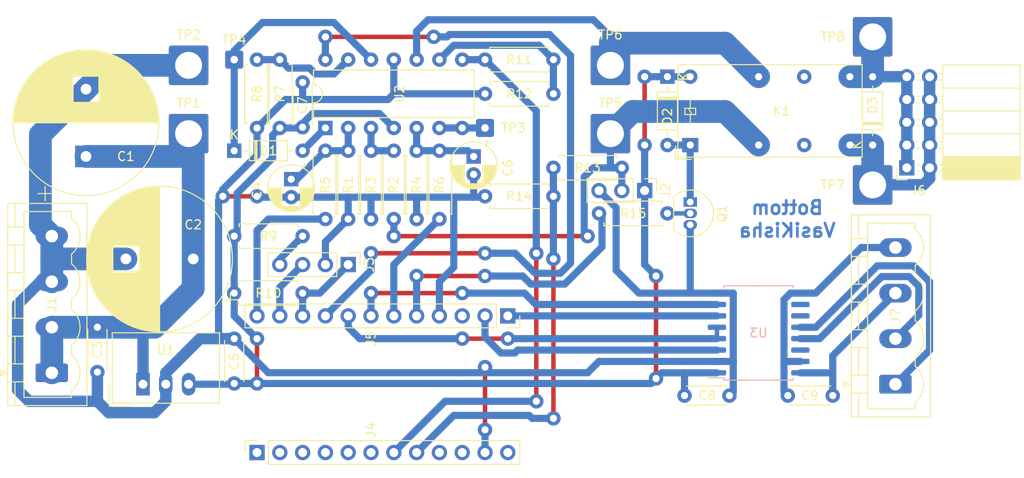
<source format=kicad_pcb>
(kicad_pcb (version 20171130) (host pcbnew "(5.1.9)-1")
  (layers (0 F.Cu signal) (31 B.Cu signal hide) (34 B.Paste user hide) (35 F.Paste user hide) (36 B.SilkS user hide) (37 F.SilkS user hide) (38 B.Mask user hide) (39 F.Mask user hide) (44 Edge.Cuts user hide))
  (net 0 "")
  (net 1 GND)
  (net 2 /+24V)
  (net 3 "Net-(C4-Pad1)")
  (net 4 /+5V)
  (net 5 "Net-(C6-Pad1)")
  (net 6 "Net-(C9-Pad1)")
  (net 7 "Net-(C9-Pad2)")
  (net 8 "Net-(D1-Pad1)")
  (net 9 "Net-(D1-Pad2)")
  (net 10 "Net-(D2-Pad2)")
  (net 11 "Net-(D3-Pad2)")
  (net 12 "Net-(D3-Pad1)")
  (net 13 "Net-(J4-Pad12)")
  (net 14 "Net-(J4-Pad10)")
  (net 15 "Net-(J4-Pad8)")
  (net 16 "Net-(J4-Pad7)")
  (net 17 "Net-(J4-Pad6)")
  (net 18 "Net-(J4-Pad5)")
  (net 19 "Net-(J4-Pad4)")
  (net 20 "Net-(J4-Pad3)")
  (net 21 "Net-(J4-Pad2)")
  (net 22 "Net-(J4-Pad1)")
  (net 23 "Net-(J5-Pad1)")
  (net 24 "Net-(J5-Pad2)")
  (net 25 "Net-(J5-Pad3)")
  (net 26 "Net-(J5-Pad5)")
  (net 27 "Net-(J5-Pad6)")
  (net 28 "Net-(J5-Pad7)")
  (net 29 "Net-(J5-Pad8)")
  (net 30 "Net-(J5-Pad9)")
  (net 31 "Net-(J3-Pad1)")
  (net 32 "Net-(J3-Pad3)")
  (net 33 "Net-(J7-Pad1)")
  (net 34 "Net-(J7-Pad2)")
  (net 35 "Net-(J2-Pad2)")
  (net 36 "Net-(K1-Pad22)")
  (net 37 "Net-(K1-Pad12)")
  (net 38 "Net-(Q1-Pad2)")
  (net 39 "Net-(R2-Pad2)")
  (net 40 "Net-(R7-Pad2)")
  (net 41 "Net-(J3-Pad4)")
  (net 42 "Net-(R11-Pad1)")
  (net 43 "Net-(TP3-Pad1)")
  (net 44 "Net-(U3-Pad10)")
  (net 45 "Net-(U3-Pad11)")
  (net 46 "Net-(U3-Pad14)")
  (net 47 "Net-(K1-Pad21)")
  (net 48 "Net-(J5-Pad12)")
  (net 49 "Net-(J4-Pad9)")
  (module Connector_Phoenix_MSTB:PhoenixContact_MSTBVA_2,5_4-G-5,08_1x04_P5.08mm_Vertical (layer F.Cu) (at 199.39 115.57 90)
    (fp_text reference J7 (at 7.62 0 90) (layer F.SilkS))
    (fp_text value Conn_01x04_Male)
    (pad 4 thru_hole oval (at 15.24 0 90) (size 2.08 3.6) (drill 1.4) (layers *.Cu *.Mask) (net 7 "Net-(C9-Pad2)"))
    (pad 3 thru_hole oval (at 10.16 0 90) (size 2.08 3.6) (drill 1.4) (layers *.Cu *.Mask) (net 6 "Net-(C9-Pad1)"))
    (pad 2 thru_hole oval (at 5.08 0 90) (size 2.08 3.6) (drill 1.4) (layers *.Cu *.Mask) (net 34 "Net-(J7-Pad2)"))
    (pad 1 thru_hole roundrect (at 0 0 90) (size 2.08 3.6) (drill 1.4) (layers *.Cu *.Mask) (roundrect_rratio 0.120192) (net 33 "Net-(J7-Pad1)"))
  )
  (module Connector_PinHeader_2.54mm:PinHeader_1x04_P2.54mm_Vertical (layer F.Cu) (at 138.43 102.235 270)
    (fp_text reference J3 (at 0 -2.33 90) (layer F.SilkS))
    (fp_text value Conn_01x04)
    (pad 4 thru_hole oval (at 0 7.62 270) (size 1.7 1.7) (drill 1) (layers *.Cu *.Mask) (net 41 "Net-(J3-Pad4)"))
    (pad 3 thru_hole oval (at 0 5.08 270) (size 1.7 1.7) (drill 1) (layers *.Cu *.Mask) (net 32 "Net-(J3-Pad3)"))
    (pad 2 thru_hole oval (at 0 2.54 270) (size 1.7 1.7) (drill 1) (layers *.Cu *.Mask) (net 1 GND))
    (pad 1 thru_hole rect (at 0 0 270) (size 1.7 1.7) (drill 1) (layers *.Cu *.Mask) (net 31 "Net-(J3-Pad1)"))
  )
  (module Connector_PinSocket_2.54mm:PinSocket_1x12_P2.54mm_Vertical (layer F.Cu) (at 128.27 123.19 90)
    (fp_text reference J4 (at 2.54 12.7 90) (layer F.SilkS))
    (fp_text value ARDUINO)
    (pad 12 thru_hole oval (at 0 27.94 90) (size 1.7 1.7) (drill 1) (layers *.Cu *.Mask) (net 13 "Net-(J4-Pad12)"))
    (pad 11 thru_hole oval (at 0 25.4 90) (size 1.7 1.7) (drill 1) (layers *.Cu *.Mask) (net 1 GND))
    (pad 10 thru_hole oval (at 0 22.86 90) (size 1.7 1.7) (drill 1) (layers *.Cu *.Mask) (net 14 "Net-(J4-Pad10)"))
    (pad 9 thru_hole oval (at 0 20.32 90) (size 1.7 1.7) (drill 1) (layers *.Cu *.Mask) (net 49 "Net-(J4-Pad9)"))
    (pad 8 thru_hole oval (at 0 17.78 90) (size 1.7 1.7) (drill 1) (layers *.Cu *.Mask) (net 15 "Net-(J4-Pad8)"))
    (pad 7 thru_hole oval (at 0 15.24 90) (size 1.7 1.7) (drill 1) (layers *.Cu *.Mask) (net 16 "Net-(J4-Pad7)"))
    (pad 6 thru_hole oval (at 0 12.7 90) (size 1.7 1.7) (drill 1) (layers *.Cu *.Mask) (net 17 "Net-(J4-Pad6)"))
    (pad 5 thru_hole oval (at 0 10.16 90) (size 1.7 1.7) (drill 1) (layers *.Cu *.Mask) (net 18 "Net-(J4-Pad5)"))
    (pad 4 thru_hole oval (at 0 7.62 90) (size 1.7 1.7) (drill 1) (layers *.Cu *.Mask) (net 19 "Net-(J4-Pad4)"))
    (pad 3 thru_hole oval (at 0 5.08 90) (size 1.7 1.7) (drill 1) (layers *.Cu *.Mask) (net 20 "Net-(J4-Pad3)"))
    (pad 2 thru_hole oval (at 0 2.54 90) (size 1.7 1.7) (drill 1) (layers *.Cu *.Mask) (net 21 "Net-(J4-Pad2)"))
    (pad 1 thru_hole rect (at 0 0 90) (size 1.7 1.7) (drill 1) (layers *.Cu *.Mask) (net 22 "Net-(J4-Pad1)"))
  )
  (module Connector_PinSocket_2.54mm:PinSocket_1x12_P2.54mm_Vertical (layer F.Cu) (at 156.21 107.95 270)
    (fp_text reference J5 (at 2.54 15.24 90) (layer F.SilkS))
    (fp_text value ARDUINO)
    (pad 12 thru_hole oval (at 0 27.94 270) (size 1.7 1.7) (drill 1) (layers *.Cu *.Mask) (net 48 "Net-(J5-Pad12)"))
    (pad 11 thru_hole oval (at 0 25.4 270) (size 1.7 1.7) (drill 1) (layers *.Cu *.Mask) (net 32 "Net-(J3-Pad3)"))
    (pad 10 thru_hole oval (at 0 22.86 270) (size 1.7 1.7) (drill 1) (layers *.Cu *.Mask) (net 31 "Net-(J3-Pad1)"))
    (pad 9 thru_hole oval (at 0 20.32 270) (size 1.7 1.7) (drill 1) (layers *.Cu *.Mask) (net 30 "Net-(J5-Pad9)"))
    (pad 8 thru_hole oval (at 0 17.78 270) (size 1.7 1.7) (drill 1) (layers *.Cu *.Mask) (net 29 "Net-(J5-Pad8)"))
    (pad 7 thru_hole oval (at 0 15.24 270) (size 1.7 1.7) (drill 1) (layers *.Cu *.Mask) (net 28 "Net-(J5-Pad7)"))
    (pad 6 thru_hole oval (at 0 12.7 270) (size 1.7 1.7) (drill 1) (layers *.Cu *.Mask) (net 27 "Net-(J5-Pad6)"))
    (pad 5 thru_hole oval (at 0 10.16 270) (size 1.7 1.7) (drill 1) (layers *.Cu *.Mask) (net 26 "Net-(J5-Pad5)"))
    (pad 4 thru_hole oval (at 0 7.62 270) (size 1.7 1.7) (drill 1) (layers *.Cu *.Mask) (net 1 GND))
    (pad 3 thru_hole oval (at 0 5.08 270) (size 1.7 1.7) (drill 1) (layers *.Cu *.Mask) (net 25 "Net-(J5-Pad3)"))
    (pad 2 thru_hole oval (at 0 2.54 270) (size 1.7 1.7) (drill 1) (layers *.Cu *.Mask) (net 24 "Net-(J5-Pad2)"))
    (pad 1 thru_hole rect (at 0 0 270) (size 1.7 1.7) (drill 1) (layers *.Cu *.Mask) (net 23 "Net-(J5-Pad1)"))
  )
  (module MountingHole:MountingHole_3.2mm_M3 (layer F.Cu) (at 122.555 122.555)
    (fp_text reference REF** hide)
    (fp_text value MountingHole_3.2mm_M3)
    (pad 1 np_thru_hole circle (at 0 0) (size 3.2 3.2) (drill 3.2) (layers *.Cu *.Mask))
  )
  (module MountingHole:MountingHole_3.2mm_M3 (layer F.Cu) (at 192.405 122.555)
    (fp_text reference REF** hide)
    (fp_text value MountingHole_3.2mm_M3)
    (pad 1 np_thru_hole circle (at 0 0) (size 3.2 3.2) (drill 3.2) (layers *.Cu *.Mask))
  )
  (module MountingHole:MountingHole_3.2mm_M3 (layer F.Cu) (at 104.14 122.555)
    (fp_text reference REF** hide)
    (fp_text value MountingHole_3.2mm_M3)
    (pad 1 np_thru_hole circle (at 0 0) (size 3.2 3.2) (drill 3.2) (layers *.Cu *.Mask))
  )
  (module MountingHole:MountingHole_3.2mm_M3 (layer F.Cu) (at 203.2 122.555)
    (fp_text reference REF** hide)
    (fp_text value MountingHole_3.2mm_M3)
    (pad 1 np_thru_hole circle (at 0 0) (size 3.2 3.2) (drill 3.2) (layers *.Cu *.Mask))
  )
  (module MountingHole:MountingHole_3.2mm_M3 (layer F.Cu) (at 203.2 76.2)
    (fp_text reference REF** hide)
    (fp_text value MountingHole_3.2mm_M3)
    (pad 1 np_thru_hole circle (at 0 0) (size 3.2 3.2) (drill 3.2) (layers *.Cu *.Mask))
  )
  (module MountingHole:MountingHole_3.2mm_M3 (layer F.Cu) (at 104.14 76.2)
    (fp_text reference REF** hide)
    (fp_text value MountingHole_3.2mm_M3)
    (pad 1 np_thru_hole circle (at 0 0) (size 3.2 3.2) (drill 3.2) (layers *.Cu *.Mask))
  )
  (module Connector_PinHeader_2.54mm:PinHeader_1x03_P2.54mm_Vertical (layer F.Cu) (at 171.45 93.98 270)
    (fp_text reference J2 (at 0 -2.33 90) (layer F.SilkS))
    (fp_text value Conn_01x03)
    (pad 3 thru_hole oval (at 0 5.08 270) (size 1.7 1.7) (drill 1) (layers *.Cu *.Mask) (net 1 GND))
    (pad 2 thru_hole oval (at 0 2.54 270) (size 1.7 1.7) (drill 1) (layers *.Cu *.Mask) (net 35 "Net-(J2-Pad2)"))
    (pad 1 thru_hole rect (at 0 0 270) (size 1.7 1.7) (drill 1) (layers *.Cu *.Mask) (net 4 /+5V))
  )
  (module Resistor_THT:R_Axial_DIN0207_L6.3mm_D2.5mm_P7.62mm_Horizontal (layer F.Cu) (at 161.29 79.375 180)
    (fp_text reference R11 (at 3.81 0) (layer F.SilkS))
    (fp_text value 47k)
    (pad 2 thru_hole oval (at 7.62 0 180) (size 1.6 1.6) (drill 0.8) (layers *.Cu *.Mask) (net 16 "Net-(J4-Pad7)"))
    (pad 1 thru_hole circle (at 0 0 180) (size 1.6 1.6) (drill 0.8) (layers *.Cu *.Mask) (net 42 "Net-(R11-Pad1)"))
  )
  (module Resistor_THT:R_Axial_DIN0207_L6.3mm_D2.5mm_P7.62mm_Horizontal (layer F.Cu) (at 128.27 79.375 270)
    (fp_text reference R8 (at 3.81 0 90) (layer F.SilkS))
    (fp_text value 3k9)
    (pad 2 thru_hole oval (at 7.62 0 270) (size 1.6 1.6) (drill 0.8) (layers *.Cu *.Mask) (net 1 GND))
    (pad 1 thru_hole circle (at 0 0 270) (size 1.6 1.6) (drill 0.8) (layers *.Cu *.Mask) (net 40 "Net-(R7-Pad2)"))
  )
  (module Capacitor_THT:CP_Radial_D5.0mm_P2.00mm (layer F.Cu) (at 152.4 90.17 270)
    (fp_text reference C6 (at 1.27 -3.81 90) (layer F.SilkS))
    (fp_text value 47u/25V)
    (pad 2 thru_hole circle (at 2 0 270) (size 1.6 1.6) (drill 0.8) (layers *.Cu *.Mask) (net 1 GND))
    (pad 1 thru_hole rect (at 0 0 270) (size 1.6 1.6) (drill 0.8) (layers *.Cu *.Mask) (net 5 "Net-(C6-Pad1)"))
  )
  (module Package_SO:SOIC-16W_7.5x10.3mm_P1.27mm (layer B.Cu) (at 184.15 109.855)
    (fp_text reference U3 (at 0 0) (layer B.SilkS) (effects (justify mirror)))
    (fp_text value ADM2483xRW)
    (pad 16 smd roundrect (at 4.65 4.445) (size 2.05 0.6) (layers B.Cu B.Paste B.Mask) (net 6 "Net-(C9-Pad1)"))
    (pad 15 smd roundrect (at 4.65 3.175) (size 2.05 0.6) (layers B.Cu B.Paste B.Mask) (net 7 "Net-(C9-Pad2)"))
    (pad 14 smd roundrect (at 4.65 1.905) (size 2.05 0.6) (layers B.Cu B.Paste B.Mask) (net 46 "Net-(U3-Pad14)"))
    (pad 13 smd roundrect (at 4.65 0.635) (size 2.05 0.6) (layers B.Cu B.Paste B.Mask) (net 34 "Net-(J7-Pad2)"))
    (pad 12 smd roundrect (at 4.65 -0.635) (size 2.05 0.6) (layers B.Cu B.Paste B.Mask) (net 33 "Net-(J7-Pad1)"))
    (pad 11 smd roundrect (at 4.65 -1.905) (size 2.05 0.6) (layers B.Cu B.Paste B.Mask) (net 45 "Net-(U3-Pad11)"))
    (pad 10 smd roundrect (at 4.65 -3.175) (size 2.05 0.6) (layers B.Cu B.Paste B.Mask) (net 44 "Net-(U3-Pad10)"))
    (pad 9 smd roundrect (at 4.65 -4.445) (size 2.05 0.6) (layers B.Cu B.Paste B.Mask) (net 7 "Net-(C9-Pad2)"))
    (pad 8 smd roundrect (at -4.65 -4.445) (size 2.05 0.6) (layers B.Cu B.Paste B.Mask) (net 1 GND))
    (pad 7 smd roundrect (at -4.65 -3.175) (size 2.05 0.6) (layers B.Cu B.Paste B.Mask) (net 28 "Net-(J5-Pad7)"))
    (pad 6 smd roundrect (at -4.65 -1.905) (size 2.05 0.6) (layers B.Cu B.Paste B.Mask) (net 23 "Net-(J5-Pad1)"))
    (pad 5 smd roundrect (at -4.65 -0.635) (size 2.05 0.6) (layers B.Cu B.Paste B.Mask) (net 29 "Net-(J5-Pad8)"))
    (pad 4 smd roundrect (at -4.65 0.635) (size 2.05 0.6) (layers B.Cu B.Paste B.Mask) (net 29 "Net-(J5-Pad8)"))
    (pad 3 smd roundrect (at -4.65 1.905) (size 2.05 0.6) (layers B.Cu B.Paste B.Mask) (net 24 "Net-(J5-Pad2)"))
    (pad 2 smd roundrect (at -4.65 3.175) (size 2.05 0.6) (layers B.Cu B.Paste B.Mask) (net 1 GND))
    (pad 1 smd roundrect (at -4.65 4.445) (size 2.05 0.6) (layers B.Cu B.Paste B.Mask) (net 4 /+5V))
  )
  (module Package_DIP:DIP-14_W7.62mm (layer F.Cu) (at 135.89 86.995 90)
    (fp_text reference U2 (at 3.81 8.255 90) (layer F.SilkS))
    (fp_text value LM324)
    (pad 14 thru_hole oval (at 7.62 0 90) (size 1.6 1.6) (drill 0.8) (layers *.Cu *.Mask) (net 30 "Net-(J5-Pad9)"))
    (pad 7 thru_hole oval (at 0 15.24 90) (size 1.6 1.6) (drill 0.8) (layers *.Cu *.Mask) (net 43 "Net-(TP3-Pad1)"))
    (pad 13 thru_hole oval (at 7.62 2.54 90) (size 1.6 1.6) (drill 0.8) (layers *.Cu *.Mask) (net 40 "Net-(R7-Pad2)"))
    (pad 6 thru_hole oval (at 0 12.7 90) (size 1.6 1.6) (drill 0.8) (layers *.Cu *.Mask) (net 43 "Net-(TP3-Pad1)"))
    (pad 12 thru_hole oval (at 7.62 5.08 90) (size 1.6 1.6) (drill 0.8) (layers *.Cu *.Mask) (net 8 "Net-(D1-Pad1)"))
    (pad 5 thru_hole oval (at 0 10.16 90) (size 1.6 1.6) (drill 0.8) (layers *.Cu *.Mask) (net 5 "Net-(C6-Pad1)"))
    (pad 11 thru_hole oval (at 7.62 7.62 90) (size 1.6 1.6) (drill 0.8) (layers *.Cu *.Mask) (net 1 GND))
    (pad 4 thru_hole oval (at 0 7.62 90) (size 1.6 1.6) (drill 0.8) (layers *.Cu *.Mask) (net 4 /+5V))
    (pad 10 thru_hole oval (at 7.62 10.16 90) (size 1.6 1.6) (drill 0.8) (layers *.Cu *.Mask) (net 47 "Net-(K1-Pad21)"))
    (pad 3 thru_hole oval (at 0 5.08 90) (size 1.6 1.6) (drill 0.8) (layers *.Cu *.Mask) (net 39 "Net-(R2-Pad2)"))
    (pad 9 thru_hole oval (at 7.62 12.7 90) (size 1.6 1.6) (drill 0.8) (layers *.Cu *.Mask) (net 42 "Net-(R11-Pad1)"))
    (pad 2 thru_hole oval (at 0 2.54 90) (size 1.6 1.6) (drill 0.8) (layers *.Cu *.Mask) (net 3 "Net-(C4-Pad1)"))
    (pad 8 thru_hole oval (at 7.62 15.24 90) (size 1.6 1.6) (drill 0.8) (layers *.Cu *.Mask) (net 16 "Net-(J4-Pad7)"))
    (pad 1 thru_hole rect (at 0 0 90) (size 1.6 1.6) (drill 0.8) (layers *.Cu *.Mask) (net 9 "Net-(D1-Pad2)"))
  )
  (module Converter_DCDC:Converter_DCDC_TRACO_TSR-1_THT (layer F.Cu) (at 115.57 115.57)
    (fp_text reference U1 (at 2.54 -3.81) (layer F.SilkS))
    (fp_text value AMSRI-7805-NZ)
    (pad 3 thru_hole oval (at 5.08 0) (size 1.5 2.5) (drill 1) (layers *.Cu *.Mask) (net 4 /+5V))
    (pad 2 thru_hole oval (at 2.54 0) (size 1.5 2.5) (drill 1) (layers *.Cu *.Mask) (net 1 GND))
    (pad 1 thru_hole rect (at 0 0) (size 1.5 2.5) (drill 1) (layers *.Cu *.Mask) (net 2 /+24V))
  )
  (module Connector_Wire:SolderWire-2.5sqmm_1x01_D2.4mm_OD4.4mm (layer F.Cu) (at 196.85 76.835)
    (fp_text reference TP8 (at -4.445 0) (layer F.SilkS))
    (fp_text value -)
    (pad 1 thru_hole roundrect (at 0 0) (size 4.4 4.4) (drill 3) (layers *.Cu *.Mask) (roundrect_rratio 0.056818) (net 11 "Net-(D3-Pad2)"))
  )
  (module Connector_Wire:SolderWire-2.5sqmm_1x01_D2.4mm_OD4.4mm (layer F.Cu) (at 196.85 93.345)
    (fp_text reference TP7 (at -4.445 0) (layer F.SilkS))
    (fp_text value +)
    (pad 1 thru_hole roundrect (at 0 0) (size 4.4 4.4) (drill 3) (layers *.Cu *.Mask) (roundrect_rratio 0.056818) (net 12 "Net-(D3-Pad1)"))
  )
  (module Connector_Wire:SolderWire-2.5sqmm_1x01_D2.4mm_OD4.4mm (layer F.Cu) (at 167.64 80.01)
    (fp_text reference TP6 (at 0 -3.4) (layer F.SilkS))
    (fp_text value GND_OUT)
    (pad 1 thru_hole roundrect (at 0 0) (size 4.4 4.4) (drill 3) (layers *.Cu *.Mask) (roundrect_rratio 0.056818) (net 47 "Net-(K1-Pad21)"))
  )
  (module Connector_Wire:SolderWire-2.5sqmm_1x01_D2.4mm_OD4.4mm (layer F.Cu) (at 167.64 87.63)
    (fp_text reference TP5 (at 0 -3.4) (layer F.SilkS))
    (fp_text value VOUT)
    (pad 1 thru_hole roundrect (at 0 0) (size 4.4 4.4) (drill 3) (layers *.Cu *.Mask) (roundrect_rratio 0.056818) (net 35 "Net-(J2-Pad2)"))
  )
  (module Connector_Wire:SolderWire-0.25sqmm_1x01_D0.65mm_OD2mm (layer F.Cu) (at 125.73 79.375)
    (fp_text reference TP4 (at 0 -2.2) (layer F.SilkS))
    (fp_text value FB)
    (pad 1 thru_hole roundrect (at 0 0) (size 2 2) (drill 0.85) (layers *.Cu *.Mask) (roundrect_rratio 0.125) (net 8 "Net-(D1-Pad1)"))
  )
  (module Connector_Wire:SolderWire-0.25sqmm_1x01_D0.65mm_OD2mm (layer F.Cu) (at 153.67 86.995)
    (fp_text reference TP3 (at 3.175 0) (layer F.SilkS))
    (fp_text value CC_REF)
    (pad 1 thru_hole roundrect (at 0 0) (size 2 2) (drill 0.85) (layers *.Cu *.Mask) (roundrect_rratio 0.125) (net 43 "Net-(TP3-Pad1)"))
  )
  (module Connector_Wire:SolderWire-2.5sqmm_1x01_D2.4mm_OD4.4mm (layer F.Cu) (at 120.65 80.01)
    (fp_text reference TP2 (at 0 -3.4) (layer F.SilkS))
    (fp_text value GND)
    (pad 1 thru_hole roundrect (at 0 0) (size 4.4 4.4) (drill 3) (layers *.Cu *.Mask) (roundrect_rratio 0.056818) (net 1 GND))
  )
  (module Connector_Wire:SolderWire-2.5sqmm_1x01_D2.4mm_OD4.4mm (layer F.Cu) (at 120.65 87.63)
    (fp_text reference TP1 (at 0 -3.4) (layer F.SilkS))
    (fp_text value VIN)
    (pad 1 thru_hole roundrect (at 0 0) (size 4.4 4.4) (drill 3) (layers *.Cu *.Mask) (roundrect_rratio 0.056818) (net 2 /+24V))
  )
  (module Resistor_THT:R_Axial_DIN0207_L6.3mm_D2.5mm_P7.62mm_Horizontal (layer F.Cu) (at 173.99 96.52 180)
    (fp_text reference R15 (at 3.81 0) (layer F.SilkS))
    (fp_text value 4k7)
    (pad 2 thru_hole oval (at 7.62 0 180) (size 1.6 1.6) (drill 0.8) (layers *.Cu *.Mask) (net 26 "Net-(J5-Pad5)"))
    (pad 1 thru_hole circle (at 0 0 180) (size 1.6 1.6) (drill 0.8) (layers *.Cu *.Mask) (net 38 "Net-(Q1-Pad2)"))
  )
  (module Resistor_THT:R_Axial_DIN0207_L6.3mm_D2.5mm_P7.62mm_Horizontal (layer F.Cu) (at 161.29 94.615 180)
    (fp_text reference R14 (at 3.81 0) (layer F.SilkS))
    (fp_text value 1k2)
    (pad 2 thru_hole oval (at 7.62 0 180) (size 1.6 1.6) (drill 0.8) (layers *.Cu *.Mask) (net 1 GND))
    (pad 1 thru_hole circle (at 0 0 180) (size 1.6 1.6) (drill 0.8) (layers *.Cu *.Mask) (net 15 "Net-(J4-Pad8)"))
  )
  (module Resistor_THT:R_Axial_DIN0207_L6.3mm_D2.5mm_P7.62mm_Horizontal (layer F.Cu) (at 168.91 91.44 180)
    (fp_text reference R13 (at 3.81 0) (layer F.SilkS))
    (fp_text value 4k7)
    (pad 2 thru_hole oval (at 7.62 0 180) (size 1.6 1.6) (drill 0.8) (layers *.Cu *.Mask) (net 15 "Net-(J4-Pad8)"))
    (pad 1 thru_hole circle (at 0 0 180) (size 1.6 1.6) (drill 0.8) (layers *.Cu *.Mask) (net 35 "Net-(J2-Pad2)"))
  )
  (module Resistor_THT:R_Axial_DIN0207_L6.3mm_D2.5mm_P7.62mm_Horizontal (layer F.Cu) (at 153.67 83.185)
    (fp_text reference R12 (at 3.81 0) (layer F.SilkS))
    (fp_text value 1k)
    (pad 2 thru_hole oval (at 7.62 0) (size 1.6 1.6) (drill 0.8) (layers *.Cu *.Mask) (net 42 "Net-(R11-Pad1)"))
    (pad 1 thru_hole circle (at 0 0) (size 1.6 1.6) (drill 0.8) (layers *.Cu *.Mask) (net 1 GND))
  )
  (module Resistor_THT:R_Axial_DIN0207_L6.3mm_D2.5mm_P7.62mm_Horizontal (layer F.Cu) (at 125.73 105.41)
    (fp_text reference R10 (at 3.81 0) (layer F.SilkS))
    (fp_text value 1k)
    (pad 2 thru_hole oval (at 7.62 0) (size 1.6 1.6) (drill 0.8) (layers *.Cu *.Mask) (net 31 "Net-(J3-Pad1)"))
    (pad 1 thru_hole circle (at 0 0) (size 1.6 1.6) (drill 0.8) (layers *.Cu *.Mask) (net 4 /+5V))
  )
  (module Resistor_THT:R_Axial_DIN0207_L6.3mm_D2.5mm_P7.62mm_Horizontal (layer F.Cu) (at 125.73 99.06)
    (fp_text reference R9 (at 3.81 0) (layer F.SilkS))
    (fp_text value 470R)
    (pad 2 thru_hole oval (at 7.62 0) (size 1.6 1.6) (drill 0.8) (layers *.Cu *.Mask) (net 41 "Net-(J3-Pad4)"))
    (pad 1 thru_hole circle (at 0 0) (size 1.6 1.6) (drill 0.8) (layers *.Cu *.Mask) (net 4 /+5V))
  )
  (module Resistor_THT:R_Axial_DIN0207_L6.3mm_D2.5mm_P7.62mm_Horizontal (layer F.Cu) (at 130.81 86.995 90)
    (fp_text reference R7 (at 3.81 0 90) (layer F.SilkS))
    (fp_text value 10k)
    (pad 2 thru_hole oval (at 7.62 0 90) (size 1.6 1.6) (drill 0.8) (layers *.Cu *.Mask) (net 40 "Net-(R7-Pad2)"))
    (pad 1 thru_hole circle (at 0 0 90) (size 1.6 1.6) (drill 0.8) (layers *.Cu *.Mask) (net 4 /+5V))
  )
  (module Resistor_THT:R_Axial_DIN0207_L6.3mm_D2.5mm_P7.62mm_Horizontal (layer F.Cu) (at 148.59 97.155 90)
    (fp_text reference R6 (at 3.81 0 90) (layer F.SilkS))
    (fp_text value 10k)
    (pad 2 thru_hole oval (at 7.62 0 90) (size 1.6 1.6) (drill 0.8) (layers *.Cu *.Mask) (net 5 "Net-(C6-Pad1)"))
    (pad 1 thru_hole circle (at 0 0 90) (size 1.6 1.6) (drill 0.8) (layers *.Cu *.Mask) (net 27 "Net-(J5-Pad6)"))
  )
  (module Resistor_THT:R_Axial_DIN0207_L6.3mm_D2.5mm_P7.62mm_Horizontal (layer F.Cu) (at 135.89 97.155 90)
    (fp_text reference R5 (at 3.81 0 90) (layer F.SilkS))
    (fp_text value 10k)
    (pad 2 thru_hole oval (at 7.62 0 90) (size 1.6 1.6) (drill 0.8) (layers *.Cu *.Mask) (net 3 "Net-(C4-Pad1)"))
    (pad 1 thru_hole circle (at 0 0 90) (size 1.6 1.6) (drill 0.8) (layers *.Cu *.Mask) (net 48 "Net-(J5-Pad12)"))
  )
  (module Resistor_THT:R_Axial_DIN0207_L6.3mm_D2.5mm_P7.62mm_Horizontal (layer F.Cu) (at 146.05 89.535 270)
    (fp_text reference R4 (at 3.81 0 90) (layer F.SilkS))
    (fp_text value 1k)
    (pad 2 thru_hole oval (at 7.62 0 270) (size 1.6 1.6) (drill 0.8) (layers *.Cu *.Mask) (net 1 GND))
    (pad 1 thru_hole circle (at 0 0 270) (size 1.6 1.6) (drill 0.8) (layers *.Cu *.Mask) (net 5 "Net-(C6-Pad1)"))
  )
  (module Resistor_THT:R_Axial_DIN0207_L6.3mm_D2.5mm_P7.62mm_Horizontal (layer F.Cu) (at 140.97 89.535 270)
    (fp_text reference R3 (at 3.81 0 90) (layer F.SilkS))
    (fp_text value 1k8)
    (pad 2 thru_hole oval (at 7.62 0 270) (size 1.6 1.6) (drill 0.8) (layers *.Cu *.Mask) (net 1 GND))
    (pad 1 thru_hole circle (at 0 0 270) (size 1.6 1.6) (drill 0.8) (layers *.Cu *.Mask) (net 39 "Net-(R2-Pad2)"))
  )
  (module Resistor_THT:R_Axial_DIN0207_L6.3mm_D2.5mm_P7.62mm_Horizontal (layer F.Cu) (at 143.51 97.155 90)
    (fp_text reference R2 (at 3.81 0 90) (layer F.SilkS))
    (fp_text value 12k)
    (pad 2 thru_hole oval (at 7.62 0 90) (size 1.6 1.6) (drill 0.8) (layers *.Cu *.Mask) (net 39 "Net-(R2-Pad2)"))
    (pad 1 thru_hole circle (at 0 0 90) (size 1.6 1.6) (drill 0.8) (layers *.Cu *.Mask) (net 35 "Net-(J2-Pad2)"))
  )
  (module Resistor_THT:R_Axial_DIN0207_L6.3mm_D2.5mm_P7.62mm_Horizontal (layer F.Cu) (at 138.43 89.535 270)
    (fp_text reference R1 (at 3.81 0 90) (layer F.SilkS))
    (fp_text value 10k)
    (pad 2 thru_hole oval (at 7.62 0 270) (size 1.6 1.6) (drill 0.8) (layers *.Cu *.Mask) (net 1 GND))
    (pad 1 thru_hole circle (at 0 0 270) (size 1.6 1.6) (drill 0.8) (layers *.Cu *.Mask) (net 3 "Net-(C4-Pad1)"))
  )
  (module Package_TO_SOT_THT:TO-92_Inline (layer F.Cu) (at 176.53 95.25 270)
    (fp_text reference Q1 (at 1.27 -3.56 90) (layer F.SilkS))
    (fp_text value BC547)
    (pad 1 thru_hole rect (at 0 0 270) (size 1.05 1.5) (drill 0.75) (layers *.Cu *.Mask) (net 10 "Net-(D2-Pad2)"))
    (pad 3 thru_hole oval (at 2.54 0 270) (size 1.05 1.5) (drill 0.75) (layers *.Cu *.Mask) (net 1 GND))
    (pad 2 thru_hole oval (at 1.27 0 270) (size 1.05 1.5) (drill 0.75) (layers *.Cu *.Mask) (net 38 "Net-(Q1-Pad2)"))
  )
  (module Relay_THT:Relay_DPDT_Finder_30.22 (layer F.Cu) (at 176.53 88.9)
    (fp_text reference K1 (at 10.16 -3.81) (layer F.SilkS))
    (fp_text value FINDER-30.22)
    (pad 12 thru_hole circle (at 12.7 0 90) (size 1.6 1.6) (drill 0.8) (layers *.Cu *.Mask) (net 37 "Net-(K1-Pad12)"))
    (pad 14 thru_hole circle (at 17.78 0 90) (size 1.6 1.6) (drill 0.8) (layers *.Cu *.Mask) (net 12 "Net-(D3-Pad1)"))
    (pad 11 thru_hole circle (at 7.62 0 90) (size 1.6 1.6) (drill 0.8) (layers *.Cu *.Mask) (net 35 "Net-(J2-Pad2)"))
    (pad A2 thru_hole circle (at 0 -7.62 90) (size 1.6 1.6) (drill 0.8) (layers *.Cu *.Mask) (net 4 /+5V))
    (pad A1 thru_hole rect (at 0 0 90) (size 1.6 1.8) (drill 0.8) (layers *.Cu *.Mask) (net 10 "Net-(D2-Pad2)"))
    (pad 24 thru_hole circle (at 17.78 -7.62 180) (size 1.6 1.6) (drill 0.8) (layers *.Cu *.Mask) (net 11 "Net-(D3-Pad2)"))
    (pad 22 thru_hole circle (at 12.7 -7.62 90) (size 1.6 1.6) (drill 0.8) (layers *.Cu *.Mask) (net 36 "Net-(K1-Pad22)"))
    (pad 21 thru_hole circle (at 7.62 -7.62 90) (size 1.6 1.6) (drill 0.8) (layers *.Cu *.Mask) (net 47 "Net-(K1-Pad21)"))
  )
  (module Connector_PinSocket_2.54mm:PinSocket_2x05_P2.54mm_Horizontal (layer F.Cu) (at 200.66 91.44 180)
    (fp_text reference J6 (at -1.27 -2.54) (layer F.SilkS))
    (fp_text value Conn_02x05_Odd_Even)
    (pad 10 thru_hole oval (at -2.54 10.16 180) (size 1.7 1.7) (drill 1) (layers *.Cu *.Mask) (net 12 "Net-(D3-Pad1)"))
    (pad 9 thru_hole oval (at 0 10.16 180) (size 1.7 1.7) (drill 1) (layers *.Cu *.Mask) (net 11 "Net-(D3-Pad2)"))
    (pad 8 thru_hole oval (at -2.54 7.62 180) (size 1.7 1.7) (drill 1) (layers *.Cu *.Mask) (net 12 "Net-(D3-Pad1)"))
    (pad 7 thru_hole oval (at 0 7.62 180) (size 1.7 1.7) (drill 1) (layers *.Cu *.Mask) (net 11 "Net-(D3-Pad2)"))
    (pad 6 thru_hole oval (at -2.54 5.08 180) (size 1.7 1.7) (drill 1) (layers *.Cu *.Mask) (net 12 "Net-(D3-Pad1)"))
    (pad 5 thru_hole oval (at 0 5.08 180) (size 1.7 1.7) (drill 1) (layers *.Cu *.Mask) (net 11 "Net-(D3-Pad2)"))
    (pad 4 thru_hole oval (at -2.54 2.54 180) (size 1.7 1.7) (drill 1) (layers *.Cu *.Mask) (net 12 "Net-(D3-Pad1)"))
    (pad 3 thru_hole oval (at 0 2.54 180) (size 1.7 1.7) (drill 1) (layers *.Cu *.Mask) (net 11 "Net-(D3-Pad2)"))
    (pad 2 thru_hole oval (at -2.54 0 180) (size 1.7 1.7) (drill 1) (layers *.Cu *.Mask) (net 12 "Net-(D3-Pad1)"))
    (pad 1 thru_hole rect (at 0 0 180) (size 1.7 1.7) (drill 1) (layers *.Cu *.Mask) (net 11 "Net-(D3-Pad2)"))
  )
  (module Connector_Phoenix_MSTB:PhoenixContact_MSTBVA_2,5_4-G-5,08_1x04_P5.08mm_Vertical (layer F.Cu) (at 105.41 114.3 90)
    (fp_text reference J1 (at 7.62 0 90) (layer F.SilkS))
    (fp_text value Conn_01x04_Male)
    (pad 4 thru_hole oval (at 15.24 0 90) (size 2.08 3.6) (drill 1.4) (layers *.Cu *.Mask) (net 1 GND))
    (pad 3 thru_hole oval (at 10.16 0 90) (size 2.08 3.6) (drill 1.4) (layers *.Cu *.Mask) (net 1 GND))
    (pad 2 thru_hole oval (at 5.08 0 90) (size 2.08 3.6) (drill 1.4) (layers *.Cu *.Mask) (net 2 /+24V))
    (pad 1 thru_hole roundrect (at 0 0 90) (size 2.08 3.6) (drill 1.4) (layers *.Cu *.Mask) (roundrect_rratio 0.120192) (net 2 /+24V))
  )
  (module Diode_THT:D_DO-35_SOD27_P7.62mm_Horizontal (layer F.Cu) (at 196.85 88.9 90)
    (fp_text reference D3 (at 4.445 0 90) (layer F.SilkS))
    (fp_text value 1N4007)
    (fp_text user K (at 0 -1.8 90) (layer F.SilkS))
    (pad 2 thru_hole oval (at 7.62 0 90) (size 1.6 1.6) (drill 0.8) (layers *.Cu *.Mask) (net 11 "Net-(D3-Pad2)"))
    (pad 1 thru_hole rect (at 0 0 90) (size 1.6 1.6) (drill 0.8) (layers *.Cu *.Mask) (net 12 "Net-(D3-Pad1)"))
  )
  (module Diode_THT:D_DO-35_SOD27_P7.62mm_Horizontal (layer F.Cu) (at 173.99 81.28 270)
    (fp_text reference D2 (at 4.445 0 90) (layer F.SilkS))
    (fp_text value 1N4148)
    (fp_text user K (at 0 -1.8 90) (layer F.SilkS))
    (pad 2 thru_hole oval (at 7.62 0 270) (size 1.6 1.6) (drill 0.8) (layers *.Cu *.Mask) (net 10 "Net-(D2-Pad2)"))
    (pad 1 thru_hole rect (at 0 0 270) (size 1.6 1.6) (drill 0.8) (layers *.Cu *.Mask) (net 4 /+5V))
  )
  (module Diode_THT:D_DO-35_SOD27_P7.62mm_Horizontal (layer F.Cu) (at 125.73 89.535)
    (fp_text reference D1 (at 3.81 0) (layer F.SilkS))
    (fp_text value 1N4148)
    (fp_text user K (at 0 -1.8) (layer F.SilkS))
    (pad 2 thru_hole oval (at 7.62 0) (size 1.6 1.6) (drill 0.8) (layers *.Cu *.Mask) (net 9 "Net-(D1-Pad2)"))
    (pad 1 thru_hole rect (at 0 0) (size 1.6 1.6) (drill 0.8) (layers *.Cu *.Mask) (net 8 "Net-(D1-Pad1)"))
  )
  (module Capacitor_THT:C_Disc_D4.3mm_W1.9mm_P5.00mm (layer F.Cu) (at 192.405 116.84 180)
    (fp_text reference C9 (at 2.54 0) (layer F.SilkS))
    (fp_text value 100n)
    (pad 2 thru_hole circle (at 5 0 180) (size 1.6 1.6) (drill 0.8) (layers *.Cu *.Mask) (net 7 "Net-(C9-Pad2)"))
    (pad 1 thru_hole circle (at 0 0 180) (size 1.6 1.6) (drill 0.8) (layers *.Cu *.Mask) (net 6 "Net-(C9-Pad1)"))
  )
  (module Capacitor_THT:C_Disc_D4.3mm_W1.9mm_P5.00mm (layer F.Cu) (at 175.895 116.84)
    (fp_text reference C8 (at 2.54 0) (layer F.SilkS))
    (fp_text value 100n)
    (pad 2 thru_hole circle (at 5 0) (size 1.6 1.6) (drill 0.8) (layers *.Cu *.Mask) (net 1 GND))
    (pad 1 thru_hole circle (at 0 0) (size 1.6 1.6) (drill 0.8) (layers *.Cu *.Mask) (net 4 /+5V))
  )
  (module Capacitor_THT:C_Disc_D4.3mm_W1.9mm_P5.00mm (layer F.Cu) (at 133.35 86.915 90)
    (fp_text reference C7 (at 2.46 0 90) (layer F.SilkS))
    (fp_text value 100n)
    (pad 2 thru_hole circle (at 5 0 90) (size 1.6 1.6) (drill 0.8) (layers *.Cu *.Mask) (net 1 GND))
    (pad 1 thru_hole circle (at 0 0 90) (size 1.6 1.6) (drill 0.8) (layers *.Cu *.Mask) (net 4 /+5V))
  )
  (module Capacitor_THT:C_Disc_D4.3mm_W1.9mm_P5.00mm (layer F.Cu) (at 125.73 115.49 90)
    (fp_text reference C5 (at 2.46 0 90) (layer F.SilkS))
    (fp_text value 100n)
    (pad 2 thru_hole circle (at 5 0 90) (size 1.6 1.6) (drill 0.8) (layers *.Cu *.Mask) (net 1 GND))
    (pad 1 thru_hole circle (at 0 0 90) (size 1.6 1.6) (drill 0.8) (layers *.Cu *.Mask) (net 4 /+5V))
  )
  (module Capacitor_THT:CP_Radial_D5.0mm_P2.00mm (layer F.Cu) (at 132.08 92.71 270)
    (fp_text reference C4 (at 1.27 3.81 90) (layer F.SilkS))
    (fp_text value 47u/25V)
    (pad 2 thru_hole circle (at 2 0 270) (size 1.6 1.6) (drill 0.8) (layers *.Cu *.Mask) (net 1 GND))
    (pad 1 thru_hole rect (at 0 0 270) (size 1.6 1.6) (drill 0.8) (layers *.Cu *.Mask) (net 3 "Net-(C4-Pad1)"))
  )
  (module Capacitor_THT:C_Disc_D4.3mm_W1.9mm_P5.00mm (layer F.Cu) (at 110.49 109.22 270)
    (fp_text reference C3 (at 2.5 0 90) (layer F.SilkS))
    (fp_text value 100n)
    (pad 2 thru_hole circle (at 5 0 270) (size 1.6 1.6) (drill 0.8) (layers *.Cu *.Mask) (net 1 GND))
    (pad 1 thru_hole circle (at 0 0 270) (size 1.6 1.6) (drill 0.8) (layers *.Cu *.Mask) (net 2 /+24V))
  )
  (module Capacitor_THT:CP_Radial_D16.0mm_P7.50mm (layer F.Cu) (at 121.165 101.6 180)
    (fp_text reference C2 (at 0 3.81) (layer F.SilkS))
    (fp_text value 100u/50V)
    (pad 2 thru_hole circle (at 7.5 0 180) (size 2.4 2.4) (drill 1.2) (layers *.Cu *.Mask) (net 1 GND))
    (pad 1 thru_hole rect (at 0 0 180) (size 2.4 2.4) (drill 1.2) (layers *.Cu *.Mask) (net 2 /+24V))
  )
  (module Capacitor_THT:CP_Radial_D16.0mm_P7.50mm (layer F.Cu) (at 109.22 90.17 90)
    (fp_text reference C1 (at 0 4.445 180) (layer F.SilkS))
    (fp_text value 100u/50V)
    (pad 2 thru_hole circle (at 7.5 0 90) (size 2.4 2.4) (drill 1.2) (layers *.Cu *.Mask) (net 1 GND))
    (pad 1 thru_hole rect (at 0 0 90) (size 2.4 2.4) (drill 1.2) (layers *.Cu *.Mask) (net 2 /+24V))
  )
  (gr_text VasiKisha (at 187.325 98.425) (layer B.Cu) (effects (font (size 1.5 1.5) (thickness 0.3)) (justify mirror)))
  (gr_text Bottom (at 187.325 95.885) (layer B.Cu) (effects (font (size 1.5 1.5) (thickness 0.3)) (justify mirror)))
  (via (at 156.21 110.49) (size 1.6) (drill 0.8) (layers F.Cu B.Cu) (net 29))
  (via (at 151.13 110.49) (size 1.6) (drill 0.8) (layers F.Cu B.Cu) (net 29))
  (via (at 140.97 105.41) (size 1.6) (drill 0.8) (layers F.Cu B.Cu) (net 28))
  (via (at 151.13 105.41) (size 1.6) (drill 0.8) (layers F.Cu B.Cu) (net 28))
  (via (at 153.67 120.65) (size 1.6) (drill 0.8) (layers F.Cu B.Cu) (net 1))
  (via (at 153.67 113.665) (size 1.6) (drill 0.8) (layers F.Cu B.Cu) (net 1))
  (segment (start 111.88 80.01) (end 109.22 82.67) (width 2.54) (layer B.Cu) (net 1))
  (segment (start 120.65 80.01) (end 111.88 80.01) (width 2.54) (layer B.Cu) (net 1))
  (segment (start 105.41 99.06) (end 104.14 97.79) (width 2.54) (layer B.Cu) (net 1))
  (segment (start 104.14 87.75) (end 109.22 82.67) (width 2.54) (layer B.Cu) (net 1))
  (segment (start 104.14 97.79) (end 104.14 87.75) (width 2.54) (layer B.Cu) (net 1))
  (segment (start 105.41 101.6) (end 105.41 99.06) (width 2.54) (layer B.Cu) (net 1))
  (segment (start 105.41 104.14) (end 105.41 101.6) (width 2.54) (layer B.Cu) (net 1))
  (segment (start 118.11 115.57) (end 118.11 114.3) (width 1.27) (layer B.Cu) (net 1))
  (segment (start 118.11 114.3) (end 121.92 110.49) (width 1.27) (layer B.Cu) (net 1))
  (segment (start 125.095 110.49) (end 125.73 110.49) (width 1.27) (layer B.Cu) (net 1))
  (segment (start 123.825 110.49) (end 125.095 110.49) (width 1.27) (layer B.Cu) (net 1))
  (segment (start 121.92 110.49) (end 123.825 110.49) (width 1.27) (layer B.Cu) (net 1))
  (segment (start 143.51 81.915) (end 143.51 79.375) (width 0.8) (layer B.Cu) (net 1))
  (segment (start 133.35 81.915) (end 133.35 83.82) (width 0.8) (layer B.Cu) (net 1))
  (segment (start 138.43 94.805) (end 138.335 94.71) (width 0.8) (layer B.Cu) (net 1))
  (segment (start 138.43 97.155) (end 138.43 94.805) (width 0.8) (layer B.Cu) (net 1))
  (segment (start 146.05 94.805) (end 145.955 94.71) (width 0.8) (layer B.Cu) (net 1))
  (segment (start 146.05 97.155) (end 146.05 94.805) (width 0.8) (layer B.Cu) (net 1))
  (segment (start 145.955 94.71) (end 141.51 94.71) (width 0.8) (layer B.Cu) (net 1))
  (segment (start 140.97 94.805) (end 140.875 94.71) (width 0.8) (layer B.Cu) (net 1))
  (segment (start 140.97 97.155) (end 140.97 94.805) (width 0.8) (layer B.Cu) (net 1))
  (segment (start 140.875 94.71) (end 138.335 94.71) (width 0.8) (layer B.Cu) (net 1))
  (segment (start 141.51 94.71) (end 140.875 94.71) (width 0.8) (layer B.Cu) (net 1))
  (segment (start 153.67 83.185) (end 143.51 83.185) (width 0.8) (layer B.Cu) (net 1))
  (segment (start 143.51 83.185) (end 143.51 81.915) (width 0.8) (layer B.Cu) (net 1))
  (segment (start 131.445 83.82) (end 133.35 83.82) (width 0.8) (layer B.Cu) (net 1))
  (segment (start 128.27 86.995) (end 131.445 83.82) (width 0.8) (layer B.Cu) (net 1))
  (segment (start 142.875 83.82) (end 143.51 83.185) (width 0.8) (layer B.Cu) (net 1))
  (segment (start 133.35 83.82) (end 142.875 83.82) (width 0.8) (layer B.Cu) (net 1))
  (segment (start 153.575 94.71) (end 153.67 94.615) (width 0.8) (layer B.Cu) (net 1))
  (segment (start 152.4 94.615) (end 152.305 94.71) (width 0.8) (layer B.Cu) (net 1))
  (segment (start 152.4 92.17) (end 152.4 94.615) (width 0.8) (layer B.Cu) (net 1))
  (segment (start 152.305 94.71) (end 153.575 94.71) (width 0.8) (layer B.Cu) (net 1))
  (segment (start 133.255 94.71) (end 132.08 94.71) (width 0.8) (layer B.Cu) (net 1))
  (segment (start 138.335 94.71) (end 133.255 94.71) (width 0.8) (layer B.Cu) (net 1))
  (segment (start 102.87 117.475) (end 110.49 117.475) (width 1.27) (layer B.Cu) (net 1))
  (segment (start 101.6 106.68) (end 101.6 116.205) (width 1.27) (layer B.Cu) (net 1))
  (segment (start 101.6 116.205) (end 102.87 117.475) (width 1.27) (layer B.Cu) (net 1))
  (segment (start 104.14 104.14) (end 101.6 106.68) (width 1.27) (layer B.Cu) (net 1))
  (segment (start 105.41 104.14) (end 104.14 104.14) (width 1.27) (layer B.Cu) (net 1))
  (segment (start 110.49 114.22) (end 110.49 117.475) (width 1.27) (layer B.Cu) (net 1))
  (segment (start 118.11 117.475) (end 118.11 115.57) (width 1.27) (layer B.Cu) (net 1))
  (segment (start 116.84 118.745) (end 118.11 117.475) (width 1.27) (layer B.Cu) (net 1))
  (segment (start 111.76 118.745) (end 116.84 118.745) (width 1.27) (layer B.Cu) (net 1))
  (segment (start 110.49 117.475) (end 111.76 118.745) (width 1.27) (layer B.Cu) (net 1))
  (segment (start 150.190001 94.919999) (end 150.4 94.71) (width 0.8) (layer B.Cu) (net 1))
  (segment (start 150.190001 102.539999) (end 150.190001 94.919999) (width 0.8) (layer B.Cu) (net 1))
  (segment (start 149.225 103.505) (end 150.190001 102.539999) (width 0.8) (layer B.Cu) (net 1))
  (segment (start 150.4 94.71) (end 152.305 94.71) (width 0.8) (layer B.Cu) (net 1))
  (segment (start 145.955 94.71) (end 150.4 94.71) (width 0.8) (layer B.Cu) (net 1))
  (segment (start 123.99001 95.08499) (end 124.46 94.615) (width 0.8) (layer B.Cu) (net 1))
  (segment (start 123.99001 110.32499) (end 123.99001 95.08499) (width 0.8) (layer B.Cu) (net 1))
  (segment (start 123.825 110.49) (end 123.99001 110.32499) (width 0.8) (layer B.Cu) (net 1))
  (segment (start 128.27 90.035002) (end 124.46 93.845002) (width 0.8) (layer B.Cu) (net 1))
  (segment (start 124.46 93.845002) (end 124.46 94.615) (width 0.8) (layer B.Cu) (net 1))
  (segment (start 128.27 86.995) (end 128.27 90.035002) (width 0.8) (layer B.Cu) (net 1))
  (segment (start 128.27 94.615) (end 124.46 94.615) (width 0.5) (layer F.Cu) (net 1))
  (segment (start 133.35 94.805) (end 133.255 94.71) (width 0.8) (layer B.Cu) (net 1))
  (via (at 128.27 94.615) (size 1.6) (drill 0.8) (layers F.Cu B.Cu) (net 1))
  (via (at 124.46 94.615) (size 1.6) (drill 0.8) (layers F.Cu B.Cu) (net 1))
  (segment (start 128.365 94.71) (end 128.27 94.615) (width 0.8) (layer B.Cu) (net 1))
  (segment (start 132.08 94.71) (end 128.365 94.71) (width 0.8) (layer B.Cu) (net 1))
  (segment (start 135.89 99.695) (end 138.43 97.155) (width 0.8) (layer B.Cu) (net 1))
  (segment (start 135.89 102.235) (end 135.89 99.695) (width 0.8) (layer B.Cu) (net 1))
  (segment (start 148.59 104.14) (end 149.225 103.505) (width 0.8) (layer B.Cu) (net 1))
  (segment (start 148.59 107.95) (end 148.59 104.14) (width 0.8) (layer B.Cu) (net 1))
  (segment (start 113.665 101.6) (end 105.41 101.6) (width 2.54) (layer B.Cu) (net 1))
  (segment (start 129.52999 114.28999) (end 151.13 114.28999) (width 0.8) (layer B.Cu) (net 1))
  (segment (start 125.73 110.49) (end 129.52999 114.28999) (width 0.8) (layer B.Cu) (net 1))
  (segment (start 153.67 120.65) (end 153.67 123.19) (width 0.8) (layer B.Cu) (net 1))
  (segment (start 153.67 114.27998) (end 153.68001 114.28999) (width 0.8) (layer B.Cu) (net 1))
  (segment (start 153.67 113.665) (end 153.67 114.27998) (width 0.8) (layer B.Cu) (net 1))
  (segment (start 153.68001 114.28999) (end 165.1 114.28999) (width 0.8) (layer B.Cu) (net 1))
  (segment (start 151.13 114.28999) (end 153.68001 114.28999) (width 0.8) (layer B.Cu) (net 1))
  (segment (start 153.67 120.65) (end 153.67 113.665) (width 0.5) (layer F.Cu) (net 1))
  (segment (start 166.35999 113.03) (end 179.5 113.03) (width 0.8) (layer B.Cu) (net 1))
  (segment (start 165.1 114.28999) (end 166.35999 113.03) (width 0.8) (layer B.Cu) (net 1))
  (segment (start 179.5 113.03) (end 181.32501 113.03) (width 0.8) (layer B.Cu) (net 1))
  (segment (start 181.32501 116.40999) (end 180.895 116.84) (width 0.8) (layer B.Cu) (net 1))
  (segment (start 181.32501 113.03) (end 181.32501 116.40999) (width 0.8) (layer B.Cu) (net 1))
  (segment (start 180.598518 105.41) (end 179.5 105.41) (width 0.8) (layer B.Cu) (net 1))
  (segment (start 181.32501 105.41) (end 180.598518 105.41) (width 0.8) (layer B.Cu) (net 1))
  (segment (start 181.32501 113.03) (end 181.32501 105.41) (width 0.8) (layer B.Cu) (net 1))
  (segment (start 168.275 102.87) (end 168.275 95.885) (width 0.8) (layer B.Cu) (net 1))
  (segment (start 170.815 105.41) (end 168.275 102.87) (width 0.8) (layer B.Cu) (net 1))
  (segment (start 166.37 93.98) (end 168.275 95.885) (width 0.8) (layer B.Cu) (net 1))
  (segment (start 176.53 105.41) (end 176.53 97.84501) (width 0.8) (layer B.Cu) (net 1))
  (segment (start 179.5 105.41) (end 176.53 105.41) (width 0.8) (layer B.Cu) (net 1))
  (segment (start 176.53 105.41) (end 170.815 105.41) (width 0.8) (layer B.Cu) (net 1))
  (segment (start 105.41 114.3) (end 105.41 109.22) (width 2.54) (layer B.Cu) (net 2))
  (segment (start 105.41 109.22) (end 110.49 109.22) (width 2.54) (layer B.Cu) (net 2))
  (segment (start 115.57 115.57) (end 115.57 109.22) (width 1.27) (layer B.Cu) (net 2))
  (segment (start 110.49 109.22) (end 115.57 109.22) (width 2.54) (layer B.Cu) (net 2))
  (segment (start 121.165 104.895) (end 121.165 101.6) (width 2.54) (layer B.Cu) (net 2))
  (segment (start 116.84 109.22) (end 121.165 104.895) (width 2.54) (layer B.Cu) (net 2))
  (segment (start 115.57 109.22) (end 116.84 109.22) (width 2.54) (layer B.Cu) (net 2))
  (segment (start 121.165 88.145) (end 120.65 87.63) (width 2.54) (layer B.Cu) (net 2))
  (segment (start 120.65 90.17) (end 121.165 89.655) (width 2.54) (layer B.Cu) (net 2))
  (segment (start 109.22 90.17) (end 120.65 90.17) (width 2.54) (layer B.Cu) (net 2))
  (segment (start 121.165 89.655) (end 121.165 88.145) (width 2.54) (layer B.Cu) (net 2))
  (segment (start 121.165 101.6) (end 121.165 89.655) (width 2.54) (layer B.Cu) (net 2))
  (segment (start 138.43 86.995) (end 138.43 89.535) (width 0.8) (layer B.Cu) (net 3))
  (segment (start 138.43 89.535) (end 135.89 89.535) (width 0.8) (layer B.Cu) (net 3))
  (segment (start 132.715 92.71) (end 135.89 89.535) (width 0.8) (layer B.Cu) (net 3))
  (segment (start 132.08 92.71) (end 132.715 92.71) (width 0.8) (layer B.Cu) (net 3))
  (via (at 128.27 110.49) (size 1.6) (drill 0.8) (layers F.Cu B.Cu) (net 4))
  (segment (start 125.65 115.57) (end 125.73 115.49) (width 0.8) (layer B.Cu) (net 4))
  (segment (start 120.65 115.57) (end 125.65 115.57) (width 0.8) (layer B.Cu) (net 4))
  (segment (start 133.27 86.995) (end 133.35 86.915) (width 0.8) (layer B.Cu) (net 4))
  (segment (start 130.81 86.995) (end 133.27 86.995) (width 0.8) (layer B.Cu) (net 4))
  (segment (start 133.35 86.494998) (end 133.35 86.915) (width 0.8) (layer B.Cu) (net 4))
  (segment (start 141.909999 85.394999) (end 134.449999 85.394999) (width 0.8) (layer B.Cu) (net 4))
  (segment (start 134.449999 85.394999) (end 133.35 86.494998) (width 0.8) (layer B.Cu) (net 4))
  (segment (start 143.51 86.995) (end 141.909999 85.394999) (width 0.8) (layer B.Cu) (net 4))
  (segment (start 171.45 88.9) (end 171.45 91.268002) (width 0.8) (layer B.Cu) (net 4))
  (segment (start 171.45 91.268002) (end 171.45 93.98) (width 0.8) (layer B.Cu) (net 4))
  (via (at 171.45 88.9) (size 1.6) (drill 0.8) (layers F.Cu B.Cu) (net 4))
  (segment (start 171.45 81.28) (end 171.45 88.9) (width 0.5) (layer F.Cu) (net 4))
  (via (at 171.45 81.28) (size 1.6) (drill 0.8) (layers F.Cu B.Cu) (net 4))
  (segment (start 171.45 81.28) (end 173.99 81.28) (width 0.8) (layer B.Cu) (net 4))
  (segment (start 173.99 81.28) (end 176.53 81.28) (width 0.8) (layer B.Cu) (net 4))
  (segment (start 130.81 86.995) (end 130.010001 87.794999) (width 0.8) (layer B.Cu) (net 4))
  (segment (start 130.010001 87.794999) (end 130.010001 90.334999) (width 0.8) (layer B.Cu) (net 4))
  (segment (start 130.010001 90.334999) (end 126.060001 94.284999) (width 0.8) (layer B.Cu) (net 4))
  (segment (start 125.73 105.41) (end 125.73 99.06) (width 0.8) (layer B.Cu) (net 4))
  (segment (start 126.060001 98.729999) (end 126.060001 94.284999) (width 0.8) (layer B.Cu) (net 4))
  (segment (start 125.73 99.06) (end 126.060001 98.729999) (width 0.8) (layer B.Cu) (net 4))
  (segment (start 125.73 107.95) (end 128.27 110.49) (width 0.8) (layer B.Cu) (net 4))
  (segment (start 125.73 105.41) (end 125.73 107.95) (width 0.8) (layer B.Cu) (net 4))
  (segment (start 125.73 115.49) (end 128.27 115.49) (width 0.8) (layer B.Cu) (net 4))
  (via (at 128.27 115.49) (size 1.6) (drill 0.8) (layers F.Cu B.Cu) (net 4))
  (segment (start 128.27 115.49) (end 128.27 110.49) (width 0.5) (layer F.Cu) (net 4))
  (via (at 172.72 114.935) (size 1.6) (drill 0.8) (layers F.Cu B.Cu) (net 4))
  (segment (start 172.165 115.49) (end 172.72 114.935) (width 0.8) (layer B.Cu) (net 4))
  (segment (start 128.27 115.49) (end 172.165 115.49) (width 0.8) (layer B.Cu) (net 4))
  (segment (start 172.72 114.935) (end 173.355 114.3) (width 0.8) (layer B.Cu) (net 4))
  (segment (start 175.895 116.84) (end 175.895 114.3) (width 0.8) (layer B.Cu) (net 4))
  (segment (start 175.895 114.3) (end 179.5 114.3) (width 0.8) (layer B.Cu) (net 4))
  (segment (start 173.355 114.3) (end 175.895 114.3) (width 0.8) (layer B.Cu) (net 4))
  (segment (start 172.72 114.935) (end 172.72 103.505) (width 0.5) (layer F.Cu) (net 4))
  (via (at 172.72 103.505) (size 1.6) (drill 0.8) (layers F.Cu B.Cu) (net 4))
  (segment (start 171.45 102.235) (end 172.72 103.505) (width 0.8) (layer B.Cu) (net 4))
  (segment (start 171.45 93.98) (end 171.45 102.235) (width 0.8) (layer B.Cu) (net 4))
  (segment (start 146.05 86.995) (end 146.05 89.535) (width 0.8) (layer B.Cu) (net 5))
  (segment (start 146.05 89.535) (end 148.59 89.535) (width 0.8) (layer B.Cu) (net 5))
  (segment (start 151.765 89.535) (end 152.4 90.17) (width 0.8) (layer B.Cu) (net 5))
  (segment (start 148.59 89.535) (end 151.765 89.535) (width 0.8) (layer B.Cu) (net 5))
  (segment (start 192.405 112.395) (end 199.39 105.41) (width 0.8) (layer B.Cu) (net 6))
  (segment (start 188.8 114.3) (end 192.405 114.3) (width 0.8) (layer B.Cu) (net 6))
  (segment (start 192.405 114.3) (end 192.405 112.395) (width 0.8) (layer B.Cu) (net 6))
  (segment (start 192.405 116.84) (end 192.405 114.3) (width 0.8) (layer B.Cu) (net 6))
  (segment (start 199.39 100.33) (end 195.58 100.33) (width 0.8) (layer B.Cu) (net 7))
  (segment (start 190.5 105.41) (end 188.8 105.41) (width 0.8) (layer B.Cu) (net 7))
  (segment (start 195.58 100.33) (end 190.5 105.41) (width 0.8) (layer B.Cu) (net 7))
  (segment (start 187.701482 105.41) (end 186.97499 106.136492) (width 0.8) (layer B.Cu) (net 7))
  (segment (start 188.8 105.41) (end 187.701482 105.41) (width 0.8) (layer B.Cu) (net 7))
  (segment (start 186.97499 116.40999) (end 187.405 116.84) (width 0.8) (layer B.Cu) (net 7))
  (segment (start 187.25998 113.03) (end 186.97499 113.31499) (width 0.8) (layer B.Cu) (net 7))
  (segment (start 188.8 113.03) (end 187.25998 113.03) (width 0.8) (layer B.Cu) (net 7))
  (segment (start 186.97499 113.31499) (end 186.97499 116.40999) (width 0.8) (layer B.Cu) (net 7))
  (segment (start 186.97499 106.136492) (end 186.97499 113.31499) (width 0.8) (layer B.Cu) (net 7))
  (segment (start 125.73 79.375) (end 125.73 89.535) (width 0.8) (layer B.Cu) (net 8))
  (segment (start 125.73 78.375) (end 125.73 79.375) (width 0.8) (layer B.Cu) (net 8))
  (segment (start 128.870001 75.234999) (end 125.73 78.375) (width 0.8) (layer B.Cu) (net 8))
  (segment (start 136.829999 75.234999) (end 128.870001 75.234999) (width 0.8) (layer B.Cu) (net 8))
  (segment (start 140.97 79.375) (end 136.829999 75.234999) (width 0.8) (layer B.Cu) (net 8))
  (segment (start 133.35 89.535) (end 135.89 86.995) (width 0.8) (layer B.Cu) (net 9))
  (segment (start 176.53 88.9) (end 176.53 95.19499) (width 0.8) (layer B.Cu) (net 10))
  (segment (start 173.99 88.9) (end 176.53 88.9) (width 0.8) (layer B.Cu) (net 10))
  (segment (start 200.66 81.28) (end 200.66 83.82) (width 1.27) (layer B.Cu) (net 11))
  (segment (start 200.66 83.82) (end 200.66 86.36) (width 1.27) (layer B.Cu) (net 11))
  (segment (start 200.66 86.36) (end 200.66 88.9) (width 1.27) (layer B.Cu) (net 11))
  (segment (start 200.66 88.9) (end 200.66 91.44) (width 1.27) (layer B.Cu) (net 11))
  (segment (start 194.31 81.28) (end 196.85 81.28) (width 2.54) (layer B.Cu) (net 11))
  (segment (start 196.85 81.28) (end 196.85 76.835) (width 2.54) (layer B.Cu) (net 11))
  (segment (start 200.66 81.28) (end 196.85 81.28) (width 1.27) (layer B.Cu) (net 11))
  (segment (start 203.2 81.28) (end 203.2 83.82) (width 1.27) (layer B.Cu) (net 12))
  (segment (start 203.2 83.82) (end 203.2 86.36) (width 1.27) (layer B.Cu) (net 12))
  (segment (start 203.2 86.36) (end 203.2 88.9) (width 1.27) (layer B.Cu) (net 12))
  (segment (start 203.2 88.9) (end 203.2 91.44) (width 1.27) (layer B.Cu) (net 12))
  (segment (start 202.51708 93.325001) (end 198.100001 93.325001) (width 1.27) (layer B.Cu) (net 12))
  (segment (start 203.2 92.642081) (end 202.51708 93.325001) (width 1.27) (layer B.Cu) (net 12))
  (segment (start 203.2 91.44) (end 203.2 92.642081) (width 1.27) (layer B.Cu) (net 12))
  (segment (start 194.31 88.9) (end 196.85 88.9) (width 2.54) (layer B.Cu) (net 12))
  (segment (start 196.85 88.9) (end 196.85 93.345) (width 2.54) (layer B.Cu) (net 12))
  (segment (start 161.29 91.44) (end 161.29 94.615) (width 0.8) (layer B.Cu) (net 15))
  (via (at 161.29 119.38) (size 1.6) (drill 0.8) (layers F.Cu B.Cu) (net 15))
  (segment (start 146.05 123.19) (end 150.190001 119.049999) (width 0.8) (layer B.Cu) (net 15))
  (segment (start 158.921998 119.38) (end 161.29 119.38) (width 0.8) (layer B.Cu) (net 15))
  (segment (start 158.591997 119.049999) (end 158.921998 119.38) (width 0.8) (layer B.Cu) (net 15))
  (segment (start 150.190001 119.049999) (end 158.591997 119.049999) (width 0.8) (layer B.Cu) (net 15))
  (segment (start 161.29 94.615) (end 161.29 101.6) (width 0.8) (layer B.Cu) (net 15))
  (segment (start 161.29 101.6) (end 161.29 119.38) (width 0.5) (layer F.Cu) (net 15))
  (via (at 161.29 101.6) (size 1.6) (drill 0.8) (layers F.Cu B.Cu) (net 15))
  (segment (start 153.67 79.375) (end 151.13 79.375) (width 0.8) (layer B.Cu) (net 16))
  (via (at 159.385 117.475) (size 1.6) (drill 0.8) (layers F.Cu B.Cu) (net 16))
  (segment (start 149.225 117.475) (end 143.51 123.19) (width 0.8) (layer B.Cu) (net 16))
  (segment (start 159.385 117.475) (end 149.225 117.475) (width 0.8) (layer B.Cu) (net 16))
  (segment (start 156.845 82.55) (end 153.67 79.375) (width 0.8) (layer B.Cu) (net 16))
  (segment (start 159.385 85.09) (end 156.845 82.55) (width 0.8) (layer B.Cu) (net 16))
  (segment (start 159.385 100.965) (end 159.385 85.09) (width 0.8) (layer B.Cu) (net 16))
  (segment (start 159.385 117.475) (end 159.385 100.965) (width 0.5) (layer F.Cu) (net 16))
  (via (at 159.385 100.965) (size 1.6) (drill 0.8) (layers F.Cu B.Cu) (net 16))
  (segment (start 156.21 107.95) (end 179.5 107.95) (width 0.8) (layer B.Cu) (net 23))
  (segment (start 153.67 110.318002) (end 153.67 107.95) (width 0.8) (layer B.Cu) (net 24))
  (segment (start 155.441999 112.090001) (end 153.67 110.318002) (width 0.8) (layer B.Cu) (net 24))
  (segment (start 156.978001 112.090001) (end 155.441999 112.090001) (width 0.8) (layer B.Cu) (net 24))
  (segment (start 157.308002 111.76) (end 156.978001 112.090001) (width 0.8) (layer B.Cu) (net 24))
  (segment (start 179.5 111.76) (end 157.308002 111.76) (width 0.8) (layer B.Cu) (net 24))
  (via (at 153.67 103.505) (size 1.6) (drill 0.8) (layers F.Cu B.Cu) (net 26))
  (via (at 146.05 103.505) (size 1.6) (drill 0.8) (layers F.Cu B.Cu) (net 26))
  (segment (start 146.05 103.505) (end 153.67 103.505) (width 0.5) (layer F.Cu) (net 26))
  (segment (start 146.05 107.95) (end 146.05 103.505) (width 0.8) (layer B.Cu) (net 26))
  (segment (start 166.700001 100.255071) (end 166.700001 96.850001) (width 0.8) (layer B.Cu) (net 26))
  (segment (start 162.555061 104.400011) (end 166.700001 100.255071) (width 0.8) (layer B.Cu) (net 26))
  (segment (start 166.700001 96.850001) (end 166.37 96.52) (width 0.8) (layer B.Cu) (net 26))
  (segment (start 158.754939 104.400011) (end 162.555061 104.400011) (width 0.8) (layer B.Cu) (net 26))
  (segment (start 157.859928 103.505) (end 158.754939 104.400011) (width 0.8) (layer B.Cu) (net 26))
  (segment (start 153.67 103.505) (end 157.859928 103.505) (width 0.8) (layer B.Cu) (net 26))
  (segment (start 143.51 102.235) (end 148.59 97.155) (width 0.8) (layer B.Cu) (net 27))
  (segment (start 143.51 107.95) (end 143.51 102.235) (width 0.8) (layer B.Cu) (net 27))
  (segment (start 140.97 107.95) (end 140.97 105.41) (width 0.8) (layer B.Cu) (net 28))
  (segment (start 159.337858 106.68) (end 179.5 106.68) (width 0.8) (layer B.Cu) (net 28))
  (segment (start 158.067858 105.41) (end 159.337858 106.68) (width 0.8) (layer B.Cu) (net 28))
  (segment (start 151.13 105.41) (end 158.067858 105.41) (width 0.8) (layer B.Cu) (net 28))
  (segment (start 140.97 105.41) (end 151.13 105.41) (width 0.5) (layer F.Cu) (net 28))
  (segment (start 179.5 110.49) (end 179.5 109.22) (width 0.5) (layer B.Cu) (net 29))
  (segment (start 138.43 109.22) (end 138.43 107.95) (width 0.8) (layer B.Cu) (net 29))
  (segment (start 139.7 110.49) (end 138.43 109.22) (width 0.8) (layer B.Cu) (net 29))
  (segment (start 151.13 110.49) (end 139.7 110.49) (width 0.8) (layer B.Cu) (net 29))
  (segment (start 156.21 110.49) (end 179.5 110.49) (width 0.8) (layer B.Cu) (net 29))
  (segment (start 151.13 110.49) (end 156.21 110.49) (width 0.5) (layer F.Cu) (net 29))
  (segment (start 135.89 76.835) (end 147.955 76.835) (width 0.5) (layer F.Cu) (net 30))
  (segment (start 135.89 76.835) (end 135.89 79.375) (width 0.8) (layer B.Cu) (net 30))
  (via (at 135.89 76.835) (size 1.6) (drill 0.8) (layers F.Cu B.Cu) (net 30))
  (via (at 147.955 76.835) (size 1.6) (drill 0.8) (layers F.Cu B.Cu) (net 30))
  (segment (start 149.43293 76.835) (end 147.955 76.835) (width 0.8) (layer B.Cu) (net 30))
  (segment (start 163.195 102.063002) (end 163.195 78.911998) (width 0.8) (layer B.Cu) (net 30))
  (segment (start 162.058001 103.200001) (end 163.195 102.063002) (width 0.8) (layer B.Cu) (net 30))
  (segment (start 149.692941 76.574989) (end 149.43293 76.835) (width 0.8) (layer B.Cu) (net 30))
  (segment (start 160.857991 76.574989) (end 149.692941 76.574989) (width 0.8) (layer B.Cu) (net 30))
  (segment (start 163.195 78.911998) (end 160.857991 76.574989) (width 0.8) (layer B.Cu) (net 30))
  (via (at 153.67 100.965) (size 1.6) (drill 0.8) (layers F.Cu B.Cu) (net 30))
  (segment (start 140.97 100.965) (end 153.67 100.965) (width 0.5) (layer F.Cu) (net 30))
  (segment (start 140.97 102.87) (end 135.89 107.95) (width 0.8) (layer B.Cu) (net 30))
  (segment (start 140.97 100.965) (end 140.97 102.87) (width 0.8) (layer B.Cu) (net 30))
  (via (at 140.97 100.965) (size 1.6) (drill 0.8) (layers F.Cu B.Cu) (net 30))
  (segment (start 157.016998 100.965) (end 153.67 100.965) (width 0.8) (layer B.Cu) (net 30))
  (segment (start 159.251999 103.200001) (end 157.016998 100.965) (width 0.8) (layer B.Cu) (net 30))
  (segment (start 162.058001 103.200001) (end 159.251999 103.200001) (width 0.8) (layer B.Cu) (net 30))
  (segment (start 133.35 107.95) (end 133.35 105.41) (width 0.8) (layer B.Cu) (net 31))
  (segment (start 135.255 105.41) (end 138.43 102.235) (width 0.8) (layer B.Cu) (net 31))
  (segment (start 133.35 105.41) (end 135.255 105.41) (width 0.8) (layer B.Cu) (net 31))
  (segment (start 130.81 104.775) (end 133.35 102.235) (width 0.8) (layer B.Cu) (net 32))
  (segment (start 130.81 107.95) (end 130.81 104.775) (width 0.8) (layer B.Cu) (net 32))
  (segment (start 203.19002 104.150783) (end 203.19002 111.76998) (width 0.8) (layer B.Cu) (net 33))
  (segment (start 201.409218 102.369981) (end 203.19002 104.150783) (width 0.8) (layer B.Cu) (net 33))
  (segment (start 197.370783 102.36998) (end 201.409218 102.369981) (width 0.8) (layer B.Cu) (net 33))
  (segment (start 203.19002 111.76998) (end 199.39 115.57) (width 0.8) (layer B.Cu) (net 33))
  (segment (start 190.520763 109.22) (end 197.370783 102.36998) (width 0.8) (layer B.Cu) (net 33))
  (segment (start 188.8 109.22) (end 190.520763 109.22) (width 0.8) (layer B.Cu) (net 33))
  (segment (start 201.99001 107.88999) (end 199.39 110.49) (width 0.8) (layer B.Cu) (net 34))
  (segment (start 201.99001 104.647843) (end 201.99001 107.88999) (width 0.8) (layer B.Cu) (net 34))
  (segment (start 200.912157 103.56999) (end 201.99001 104.647843) (width 0.8) (layer B.Cu) (net 34))
  (segment (start 190.947833 110.49) (end 197.867843 103.56999) (width 0.8) (layer B.Cu) (net 34))
  (segment (start 197.867843 103.56999) (end 200.912157 103.56999) (width 0.8) (layer B.Cu) (net 34))
  (segment (start 188.8 110.49) (end 190.947833 110.49) (width 0.8) (layer B.Cu) (net 34))
  (via (at 143.51 99.06) (size 1.6) (drill 0.8) (layers F.Cu B.Cu) (net 35))
  (via (at 165.1 99.06) (size 1.6) (drill 0.8) (layers F.Cu B.Cu) (net 35))
  (segment (start 167.64 91.44) (end 168.91 91.44) (width 0.8) (layer B.Cu) (net 35))
  (segment (start 167.64 87.63) (end 167.64 91.44) (width 0.8) (layer B.Cu) (net 35))
  (segment (start 164.719999 98.679999) (end 165.1 99.06) (width 0.8) (layer B.Cu) (net 35))
  (segment (start 164.719999 92.455001) (end 164.719999 98.679999) (width 0.8) (layer B.Cu) (net 35))
  (segment (start 165.735 91.44) (end 164.719999 92.455001) (width 0.8) (layer B.Cu) (net 35))
  (segment (start 168.91 91.44) (end 165.735 91.44) (width 0.8) (layer B.Cu) (net 35))
  (segment (start 168.91 91.44) (end 168.91 93.98) (width 0.8) (layer B.Cu) (net 35))
  (segment (start 170.110001 85.159999) (end 167.64 87.63) (width 2.54) (layer B.Cu) (net 35))
  (segment (start 180.409999 85.159999) (end 170.110001 85.159999) (width 2.54) (layer B.Cu) (net 35))
  (segment (start 184.15 88.9) (end 180.409999 85.159999) (width 2.54) (layer B.Cu) (net 35))
  (segment (start 143.51 97.155) (end 143.51 99.06) (width 0.8) (layer B.Cu) (net 35))
  (segment (start 143.51 99.06) (end 165.1 99.06) (width 0.5) (layer F.Cu) (net 35))
  (segment (start 173.99 96.52) (end 176.53 96.52) (width 0.5) (layer B.Cu) (net 38))
  (segment (start 143.51 89.535) (end 140.97 89.535) (width 0.8) (layer B.Cu) (net 39))
  (segment (start 140.97 86.995) (end 140.97 89.535) (width 0.8) (layer B.Cu) (net 39))
  (segment (start 128.27 79.375) (end 130.81 79.375) (width 0.8) (layer B.Cu) (net 40))
  (segment (start 131.775001 80.314999) (end 130.835002 79.375) (width 0.8) (layer B.Cu) (net 40))
  (segment (start 134.118001 80.314999) (end 131.775001 80.314999) (width 0.8) (layer B.Cu) (net 40))
  (segment (start 134.778003 80.975001) (end 134.118001 80.314999) (width 0.8) (layer B.Cu) (net 40))
  (segment (start 136.829999 80.975001) (end 134.778003 80.975001) (width 0.8) (layer B.Cu) (net 40))
  (segment (start 130.835002 79.375) (end 130.81 79.375) (width 0.8) (layer B.Cu) (net 40))
  (segment (start 138.43 79.375) (end 136.829999 80.975001) (width 0.8) (layer B.Cu) (net 40))
  (segment (start 130.81 101.6) (end 133.35 99.06) (width 0.8) (layer B.Cu) (net 41))
  (segment (start 130.81 102.235) (end 130.81 101.6) (width 0.8) (layer B.Cu) (net 41))
  (segment (start 150.190001 77.774999) (end 159.689999 77.774999) (width 0.8) (layer B.Cu) (net 42))
  (segment (start 159.689999 77.774999) (end 161.29 79.375) (width 0.8) (layer B.Cu) (net 42))
  (segment (start 148.59 79.375) (end 150.190001 77.774999) (width 0.8) (layer B.Cu) (net 42))
  (segment (start 161.29 79.375) (end 161.29 83.185) (width 0.8) (layer B.Cu) (net 42))
  (segment (start 148.59 86.995) (end 151.13 86.995) (width 0.8) (layer B.Cu) (net 43))
  (segment (start 151.13 86.995) (end 153.67 86.995) (width 0.8) (layer B.Cu) (net 43))
  (segment (start 165.735 74.93) (end 167.64 76.835) (width 0.8) (layer B.Cu) (net 47))
  (segment (start 147.32 74.93) (end 165.735 74.93) (width 0.8) (layer B.Cu) (net 47))
  (segment (start 146.05 76.2) (end 147.32 74.93) (width 0.8) (layer B.Cu) (net 47))
  (segment (start 146.05 79.375) (end 146.05 76.2) (width 0.8) (layer B.Cu) (net 47))
  (segment (start 167.64 80.01) (end 167.64 77.47) (width 2.54) (layer B.Cu) (net 47))
  (segment (start 167.64 76.835) (end 167.64 77.47) (width 0.8) (layer B.Cu) (net 47))
  (segment (start 167.709999 77.539999) (end 167.64 77.47) (width 2.54) (layer B.Cu) (net 47))
  (segment (start 180.409999 77.539999) (end 167.709999 77.539999) (width 2.54) (layer B.Cu) (net 47))
  (segment (start 184.15 81.28) (end 180.409999 77.539999) (width 2.54) (layer B.Cu) (net 47))
  (segment (start 135.89 97.155) (end 129.54 97.155) (width 0.8) (layer B.Cu) (net 48))
  (segment (start 128.27 98.425) (end 128.27 107.95) (width 0.8) (layer B.Cu) (net 48))
  (segment (start 129.54 97.155) (end 128.27 98.425) (width 0.8) (layer B.Cu) (net 48))
)
</source>
